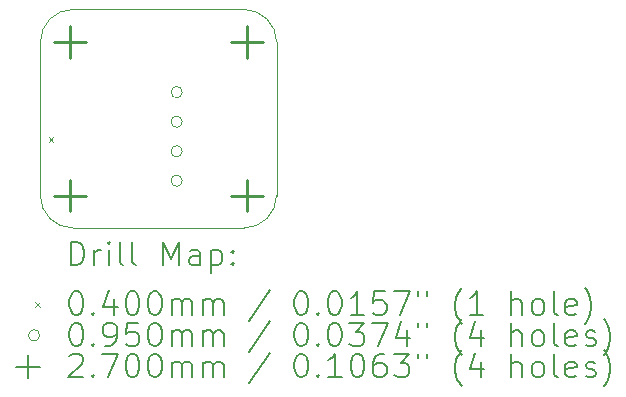
<source format=gbr>
%TF.GenerationSoftware,KiCad,Pcbnew,7.0.8*%
%TF.CreationDate,2023-12-02T16:20:52-07:00*%
%TF.ProjectId,wheelspeed,77686565-6c73-4706-9565-642e6b696361,v1*%
%TF.SameCoordinates,Original*%
%TF.FileFunction,Drillmap*%
%TF.FilePolarity,Positive*%
%FSLAX45Y45*%
G04 Gerber Fmt 4.5, Leading zero omitted, Abs format (unit mm)*
G04 Created by KiCad (PCBNEW 7.0.8) date 2023-12-02 16:20:52*
%MOMM*%
%LPD*%
G01*
G04 APERTURE LIST*
%ADD10C,0.100000*%
%ADD11C,0.200000*%
%ADD12C,0.040000*%
%ADD13C,0.095000*%
%ADD14C,0.270000*%
G04 APERTURE END LIST*
D10*
X14725000Y-8766250D02*
X13275000Y-8766250D01*
X14725000Y-10616250D02*
G75*
G03*
X15000000Y-10341250I0J275000D01*
G01*
X13000000Y-9041250D02*
X13000000Y-10341250D01*
X15000000Y-9041250D02*
G75*
G03*
X14725000Y-8766250I-274990J10D01*
G01*
X13275000Y-8766250D02*
G75*
G03*
X13000000Y-9041250I0J-275000D01*
G01*
X13000000Y-10341250D02*
G75*
G03*
X13275000Y-10616250I274990J-10D01*
G01*
X15000000Y-10341250D02*
X15000000Y-9041250D01*
X13275000Y-10616250D02*
X14725000Y-10616250D01*
D11*
D12*
X13070000Y-9850000D02*
X13110000Y-9890000D01*
X13110000Y-9850000D02*
X13070000Y-9890000D01*
D13*
X14201875Y-9466250D02*
G75*
G03*
X14201875Y-9466250I-47500J0D01*
G01*
X14201875Y-9716250D02*
G75*
G03*
X14201875Y-9716250I-47500J0D01*
G01*
X14201875Y-9966250D02*
G75*
G03*
X14201875Y-9966250I-47500J0D01*
G01*
X14201875Y-10216250D02*
G75*
G03*
X14201875Y-10216250I-47500J0D01*
G01*
D14*
X13250000Y-8906250D02*
X13250000Y-9176250D01*
X13115000Y-9041250D02*
X13385000Y-9041250D01*
X13250000Y-10206250D02*
X13250000Y-10476250D01*
X13115000Y-10341250D02*
X13385000Y-10341250D01*
X14750000Y-8906250D02*
X14750000Y-9176250D01*
X14615000Y-9041250D02*
X14885000Y-9041250D01*
X14750000Y-10206250D02*
X14750000Y-10476250D01*
X14615000Y-10341250D02*
X14885000Y-10341250D01*
D11*
X13255777Y-10932734D02*
X13255777Y-10732734D01*
X13255777Y-10732734D02*
X13303396Y-10732734D01*
X13303396Y-10732734D02*
X13331967Y-10742258D01*
X13331967Y-10742258D02*
X13351015Y-10761305D01*
X13351015Y-10761305D02*
X13360539Y-10780353D01*
X13360539Y-10780353D02*
X13370062Y-10818448D01*
X13370062Y-10818448D02*
X13370062Y-10847020D01*
X13370062Y-10847020D02*
X13360539Y-10885115D01*
X13360539Y-10885115D02*
X13351015Y-10904162D01*
X13351015Y-10904162D02*
X13331967Y-10923210D01*
X13331967Y-10923210D02*
X13303396Y-10932734D01*
X13303396Y-10932734D02*
X13255777Y-10932734D01*
X13455777Y-10932734D02*
X13455777Y-10799400D01*
X13455777Y-10837496D02*
X13465301Y-10818448D01*
X13465301Y-10818448D02*
X13474824Y-10808924D01*
X13474824Y-10808924D02*
X13493872Y-10799400D01*
X13493872Y-10799400D02*
X13512920Y-10799400D01*
X13579586Y-10932734D02*
X13579586Y-10799400D01*
X13579586Y-10732734D02*
X13570062Y-10742258D01*
X13570062Y-10742258D02*
X13579586Y-10751781D01*
X13579586Y-10751781D02*
X13589110Y-10742258D01*
X13589110Y-10742258D02*
X13579586Y-10732734D01*
X13579586Y-10732734D02*
X13579586Y-10751781D01*
X13703396Y-10932734D02*
X13684348Y-10923210D01*
X13684348Y-10923210D02*
X13674824Y-10904162D01*
X13674824Y-10904162D02*
X13674824Y-10732734D01*
X13808158Y-10932734D02*
X13789110Y-10923210D01*
X13789110Y-10923210D02*
X13779586Y-10904162D01*
X13779586Y-10904162D02*
X13779586Y-10732734D01*
X14036729Y-10932734D02*
X14036729Y-10732734D01*
X14036729Y-10732734D02*
X14103396Y-10875591D01*
X14103396Y-10875591D02*
X14170062Y-10732734D01*
X14170062Y-10732734D02*
X14170062Y-10932734D01*
X14351015Y-10932734D02*
X14351015Y-10827972D01*
X14351015Y-10827972D02*
X14341491Y-10808924D01*
X14341491Y-10808924D02*
X14322443Y-10799400D01*
X14322443Y-10799400D02*
X14284348Y-10799400D01*
X14284348Y-10799400D02*
X14265301Y-10808924D01*
X14351015Y-10923210D02*
X14331967Y-10932734D01*
X14331967Y-10932734D02*
X14284348Y-10932734D01*
X14284348Y-10932734D02*
X14265301Y-10923210D01*
X14265301Y-10923210D02*
X14255777Y-10904162D01*
X14255777Y-10904162D02*
X14255777Y-10885115D01*
X14255777Y-10885115D02*
X14265301Y-10866067D01*
X14265301Y-10866067D02*
X14284348Y-10856543D01*
X14284348Y-10856543D02*
X14331967Y-10856543D01*
X14331967Y-10856543D02*
X14351015Y-10847020D01*
X14446253Y-10799400D02*
X14446253Y-10999400D01*
X14446253Y-10808924D02*
X14465301Y-10799400D01*
X14465301Y-10799400D02*
X14503396Y-10799400D01*
X14503396Y-10799400D02*
X14522443Y-10808924D01*
X14522443Y-10808924D02*
X14531967Y-10818448D01*
X14531967Y-10818448D02*
X14541491Y-10837496D01*
X14541491Y-10837496D02*
X14541491Y-10894639D01*
X14541491Y-10894639D02*
X14531967Y-10913686D01*
X14531967Y-10913686D02*
X14522443Y-10923210D01*
X14522443Y-10923210D02*
X14503396Y-10932734D01*
X14503396Y-10932734D02*
X14465301Y-10932734D01*
X14465301Y-10932734D02*
X14446253Y-10923210D01*
X14627205Y-10913686D02*
X14636729Y-10923210D01*
X14636729Y-10923210D02*
X14627205Y-10932734D01*
X14627205Y-10932734D02*
X14617682Y-10923210D01*
X14617682Y-10923210D02*
X14627205Y-10913686D01*
X14627205Y-10913686D02*
X14627205Y-10932734D01*
X14627205Y-10808924D02*
X14636729Y-10818448D01*
X14636729Y-10818448D02*
X14627205Y-10827972D01*
X14627205Y-10827972D02*
X14617682Y-10818448D01*
X14617682Y-10818448D02*
X14627205Y-10808924D01*
X14627205Y-10808924D02*
X14627205Y-10827972D01*
D12*
X12955000Y-11241250D02*
X12995000Y-11281250D01*
X12995000Y-11241250D02*
X12955000Y-11281250D01*
D11*
X13293872Y-11152734D02*
X13312920Y-11152734D01*
X13312920Y-11152734D02*
X13331967Y-11162258D01*
X13331967Y-11162258D02*
X13341491Y-11171781D01*
X13341491Y-11171781D02*
X13351015Y-11190829D01*
X13351015Y-11190829D02*
X13360539Y-11228924D01*
X13360539Y-11228924D02*
X13360539Y-11276543D01*
X13360539Y-11276543D02*
X13351015Y-11314638D01*
X13351015Y-11314638D02*
X13341491Y-11333686D01*
X13341491Y-11333686D02*
X13331967Y-11343210D01*
X13331967Y-11343210D02*
X13312920Y-11352734D01*
X13312920Y-11352734D02*
X13293872Y-11352734D01*
X13293872Y-11352734D02*
X13274824Y-11343210D01*
X13274824Y-11343210D02*
X13265301Y-11333686D01*
X13265301Y-11333686D02*
X13255777Y-11314638D01*
X13255777Y-11314638D02*
X13246253Y-11276543D01*
X13246253Y-11276543D02*
X13246253Y-11228924D01*
X13246253Y-11228924D02*
X13255777Y-11190829D01*
X13255777Y-11190829D02*
X13265301Y-11171781D01*
X13265301Y-11171781D02*
X13274824Y-11162258D01*
X13274824Y-11162258D02*
X13293872Y-11152734D01*
X13446253Y-11333686D02*
X13455777Y-11343210D01*
X13455777Y-11343210D02*
X13446253Y-11352734D01*
X13446253Y-11352734D02*
X13436729Y-11343210D01*
X13436729Y-11343210D02*
X13446253Y-11333686D01*
X13446253Y-11333686D02*
X13446253Y-11352734D01*
X13627205Y-11219400D02*
X13627205Y-11352734D01*
X13579586Y-11143210D02*
X13531967Y-11286067D01*
X13531967Y-11286067D02*
X13655777Y-11286067D01*
X13770062Y-11152734D02*
X13789110Y-11152734D01*
X13789110Y-11152734D02*
X13808158Y-11162258D01*
X13808158Y-11162258D02*
X13817682Y-11171781D01*
X13817682Y-11171781D02*
X13827205Y-11190829D01*
X13827205Y-11190829D02*
X13836729Y-11228924D01*
X13836729Y-11228924D02*
X13836729Y-11276543D01*
X13836729Y-11276543D02*
X13827205Y-11314638D01*
X13827205Y-11314638D02*
X13817682Y-11333686D01*
X13817682Y-11333686D02*
X13808158Y-11343210D01*
X13808158Y-11343210D02*
X13789110Y-11352734D01*
X13789110Y-11352734D02*
X13770062Y-11352734D01*
X13770062Y-11352734D02*
X13751015Y-11343210D01*
X13751015Y-11343210D02*
X13741491Y-11333686D01*
X13741491Y-11333686D02*
X13731967Y-11314638D01*
X13731967Y-11314638D02*
X13722443Y-11276543D01*
X13722443Y-11276543D02*
X13722443Y-11228924D01*
X13722443Y-11228924D02*
X13731967Y-11190829D01*
X13731967Y-11190829D02*
X13741491Y-11171781D01*
X13741491Y-11171781D02*
X13751015Y-11162258D01*
X13751015Y-11162258D02*
X13770062Y-11152734D01*
X13960539Y-11152734D02*
X13979586Y-11152734D01*
X13979586Y-11152734D02*
X13998634Y-11162258D01*
X13998634Y-11162258D02*
X14008158Y-11171781D01*
X14008158Y-11171781D02*
X14017682Y-11190829D01*
X14017682Y-11190829D02*
X14027205Y-11228924D01*
X14027205Y-11228924D02*
X14027205Y-11276543D01*
X14027205Y-11276543D02*
X14017682Y-11314638D01*
X14017682Y-11314638D02*
X14008158Y-11333686D01*
X14008158Y-11333686D02*
X13998634Y-11343210D01*
X13998634Y-11343210D02*
X13979586Y-11352734D01*
X13979586Y-11352734D02*
X13960539Y-11352734D01*
X13960539Y-11352734D02*
X13941491Y-11343210D01*
X13941491Y-11343210D02*
X13931967Y-11333686D01*
X13931967Y-11333686D02*
X13922443Y-11314638D01*
X13922443Y-11314638D02*
X13912920Y-11276543D01*
X13912920Y-11276543D02*
X13912920Y-11228924D01*
X13912920Y-11228924D02*
X13922443Y-11190829D01*
X13922443Y-11190829D02*
X13931967Y-11171781D01*
X13931967Y-11171781D02*
X13941491Y-11162258D01*
X13941491Y-11162258D02*
X13960539Y-11152734D01*
X14112920Y-11352734D02*
X14112920Y-11219400D01*
X14112920Y-11238448D02*
X14122443Y-11228924D01*
X14122443Y-11228924D02*
X14141491Y-11219400D01*
X14141491Y-11219400D02*
X14170063Y-11219400D01*
X14170063Y-11219400D02*
X14189110Y-11228924D01*
X14189110Y-11228924D02*
X14198634Y-11247972D01*
X14198634Y-11247972D02*
X14198634Y-11352734D01*
X14198634Y-11247972D02*
X14208158Y-11228924D01*
X14208158Y-11228924D02*
X14227205Y-11219400D01*
X14227205Y-11219400D02*
X14255777Y-11219400D01*
X14255777Y-11219400D02*
X14274824Y-11228924D01*
X14274824Y-11228924D02*
X14284348Y-11247972D01*
X14284348Y-11247972D02*
X14284348Y-11352734D01*
X14379586Y-11352734D02*
X14379586Y-11219400D01*
X14379586Y-11238448D02*
X14389110Y-11228924D01*
X14389110Y-11228924D02*
X14408158Y-11219400D01*
X14408158Y-11219400D02*
X14436729Y-11219400D01*
X14436729Y-11219400D02*
X14455777Y-11228924D01*
X14455777Y-11228924D02*
X14465301Y-11247972D01*
X14465301Y-11247972D02*
X14465301Y-11352734D01*
X14465301Y-11247972D02*
X14474824Y-11228924D01*
X14474824Y-11228924D02*
X14493872Y-11219400D01*
X14493872Y-11219400D02*
X14522443Y-11219400D01*
X14522443Y-11219400D02*
X14541491Y-11228924D01*
X14541491Y-11228924D02*
X14551015Y-11247972D01*
X14551015Y-11247972D02*
X14551015Y-11352734D01*
X14941491Y-11143210D02*
X14770063Y-11400353D01*
X15198634Y-11152734D02*
X15217682Y-11152734D01*
X15217682Y-11152734D02*
X15236729Y-11162258D01*
X15236729Y-11162258D02*
X15246253Y-11171781D01*
X15246253Y-11171781D02*
X15255777Y-11190829D01*
X15255777Y-11190829D02*
X15265301Y-11228924D01*
X15265301Y-11228924D02*
X15265301Y-11276543D01*
X15265301Y-11276543D02*
X15255777Y-11314638D01*
X15255777Y-11314638D02*
X15246253Y-11333686D01*
X15246253Y-11333686D02*
X15236729Y-11343210D01*
X15236729Y-11343210D02*
X15217682Y-11352734D01*
X15217682Y-11352734D02*
X15198634Y-11352734D01*
X15198634Y-11352734D02*
X15179586Y-11343210D01*
X15179586Y-11343210D02*
X15170063Y-11333686D01*
X15170063Y-11333686D02*
X15160539Y-11314638D01*
X15160539Y-11314638D02*
X15151015Y-11276543D01*
X15151015Y-11276543D02*
X15151015Y-11228924D01*
X15151015Y-11228924D02*
X15160539Y-11190829D01*
X15160539Y-11190829D02*
X15170063Y-11171781D01*
X15170063Y-11171781D02*
X15179586Y-11162258D01*
X15179586Y-11162258D02*
X15198634Y-11152734D01*
X15351015Y-11333686D02*
X15360539Y-11343210D01*
X15360539Y-11343210D02*
X15351015Y-11352734D01*
X15351015Y-11352734D02*
X15341491Y-11343210D01*
X15341491Y-11343210D02*
X15351015Y-11333686D01*
X15351015Y-11333686D02*
X15351015Y-11352734D01*
X15484348Y-11152734D02*
X15503396Y-11152734D01*
X15503396Y-11152734D02*
X15522444Y-11162258D01*
X15522444Y-11162258D02*
X15531967Y-11171781D01*
X15531967Y-11171781D02*
X15541491Y-11190829D01*
X15541491Y-11190829D02*
X15551015Y-11228924D01*
X15551015Y-11228924D02*
X15551015Y-11276543D01*
X15551015Y-11276543D02*
X15541491Y-11314638D01*
X15541491Y-11314638D02*
X15531967Y-11333686D01*
X15531967Y-11333686D02*
X15522444Y-11343210D01*
X15522444Y-11343210D02*
X15503396Y-11352734D01*
X15503396Y-11352734D02*
X15484348Y-11352734D01*
X15484348Y-11352734D02*
X15465301Y-11343210D01*
X15465301Y-11343210D02*
X15455777Y-11333686D01*
X15455777Y-11333686D02*
X15446253Y-11314638D01*
X15446253Y-11314638D02*
X15436729Y-11276543D01*
X15436729Y-11276543D02*
X15436729Y-11228924D01*
X15436729Y-11228924D02*
X15446253Y-11190829D01*
X15446253Y-11190829D02*
X15455777Y-11171781D01*
X15455777Y-11171781D02*
X15465301Y-11162258D01*
X15465301Y-11162258D02*
X15484348Y-11152734D01*
X15741491Y-11352734D02*
X15627206Y-11352734D01*
X15684348Y-11352734D02*
X15684348Y-11152734D01*
X15684348Y-11152734D02*
X15665301Y-11181305D01*
X15665301Y-11181305D02*
X15646253Y-11200353D01*
X15646253Y-11200353D02*
X15627206Y-11209877D01*
X15922444Y-11152734D02*
X15827206Y-11152734D01*
X15827206Y-11152734D02*
X15817682Y-11247972D01*
X15817682Y-11247972D02*
X15827206Y-11238448D01*
X15827206Y-11238448D02*
X15846253Y-11228924D01*
X15846253Y-11228924D02*
X15893872Y-11228924D01*
X15893872Y-11228924D02*
X15912920Y-11238448D01*
X15912920Y-11238448D02*
X15922444Y-11247972D01*
X15922444Y-11247972D02*
X15931967Y-11267019D01*
X15931967Y-11267019D02*
X15931967Y-11314638D01*
X15931967Y-11314638D02*
X15922444Y-11333686D01*
X15922444Y-11333686D02*
X15912920Y-11343210D01*
X15912920Y-11343210D02*
X15893872Y-11352734D01*
X15893872Y-11352734D02*
X15846253Y-11352734D01*
X15846253Y-11352734D02*
X15827206Y-11343210D01*
X15827206Y-11343210D02*
X15817682Y-11333686D01*
X15998634Y-11152734D02*
X16131967Y-11152734D01*
X16131967Y-11152734D02*
X16046253Y-11352734D01*
X16198634Y-11152734D02*
X16198634Y-11190829D01*
X16274825Y-11152734D02*
X16274825Y-11190829D01*
X16570063Y-11428924D02*
X16560539Y-11419400D01*
X16560539Y-11419400D02*
X16541491Y-11390829D01*
X16541491Y-11390829D02*
X16531968Y-11371781D01*
X16531968Y-11371781D02*
X16522444Y-11343210D01*
X16522444Y-11343210D02*
X16512920Y-11295591D01*
X16512920Y-11295591D02*
X16512920Y-11257496D01*
X16512920Y-11257496D02*
X16522444Y-11209877D01*
X16522444Y-11209877D02*
X16531968Y-11181305D01*
X16531968Y-11181305D02*
X16541491Y-11162258D01*
X16541491Y-11162258D02*
X16560539Y-11133686D01*
X16560539Y-11133686D02*
X16570063Y-11124162D01*
X16751015Y-11352734D02*
X16636729Y-11352734D01*
X16693872Y-11352734D02*
X16693872Y-11152734D01*
X16693872Y-11152734D02*
X16674825Y-11181305D01*
X16674825Y-11181305D02*
X16655777Y-11200353D01*
X16655777Y-11200353D02*
X16636729Y-11209877D01*
X16989111Y-11352734D02*
X16989111Y-11152734D01*
X17074825Y-11352734D02*
X17074825Y-11247972D01*
X17074825Y-11247972D02*
X17065301Y-11228924D01*
X17065301Y-11228924D02*
X17046253Y-11219400D01*
X17046253Y-11219400D02*
X17017682Y-11219400D01*
X17017682Y-11219400D02*
X16998634Y-11228924D01*
X16998634Y-11228924D02*
X16989111Y-11238448D01*
X17198634Y-11352734D02*
X17179587Y-11343210D01*
X17179587Y-11343210D02*
X17170063Y-11333686D01*
X17170063Y-11333686D02*
X17160539Y-11314638D01*
X17160539Y-11314638D02*
X17160539Y-11257496D01*
X17160539Y-11257496D02*
X17170063Y-11238448D01*
X17170063Y-11238448D02*
X17179587Y-11228924D01*
X17179587Y-11228924D02*
X17198634Y-11219400D01*
X17198634Y-11219400D02*
X17227206Y-11219400D01*
X17227206Y-11219400D02*
X17246253Y-11228924D01*
X17246253Y-11228924D02*
X17255777Y-11238448D01*
X17255777Y-11238448D02*
X17265301Y-11257496D01*
X17265301Y-11257496D02*
X17265301Y-11314638D01*
X17265301Y-11314638D02*
X17255777Y-11333686D01*
X17255777Y-11333686D02*
X17246253Y-11343210D01*
X17246253Y-11343210D02*
X17227206Y-11352734D01*
X17227206Y-11352734D02*
X17198634Y-11352734D01*
X17379587Y-11352734D02*
X17360539Y-11343210D01*
X17360539Y-11343210D02*
X17351015Y-11324162D01*
X17351015Y-11324162D02*
X17351015Y-11152734D01*
X17531968Y-11343210D02*
X17512920Y-11352734D01*
X17512920Y-11352734D02*
X17474825Y-11352734D01*
X17474825Y-11352734D02*
X17455777Y-11343210D01*
X17455777Y-11343210D02*
X17446253Y-11324162D01*
X17446253Y-11324162D02*
X17446253Y-11247972D01*
X17446253Y-11247972D02*
X17455777Y-11228924D01*
X17455777Y-11228924D02*
X17474825Y-11219400D01*
X17474825Y-11219400D02*
X17512920Y-11219400D01*
X17512920Y-11219400D02*
X17531968Y-11228924D01*
X17531968Y-11228924D02*
X17541492Y-11247972D01*
X17541492Y-11247972D02*
X17541492Y-11267019D01*
X17541492Y-11267019D02*
X17446253Y-11286067D01*
X17608158Y-11428924D02*
X17617682Y-11419400D01*
X17617682Y-11419400D02*
X17636730Y-11390829D01*
X17636730Y-11390829D02*
X17646253Y-11371781D01*
X17646253Y-11371781D02*
X17655777Y-11343210D01*
X17655777Y-11343210D02*
X17665301Y-11295591D01*
X17665301Y-11295591D02*
X17665301Y-11257496D01*
X17665301Y-11257496D02*
X17655777Y-11209877D01*
X17655777Y-11209877D02*
X17646253Y-11181305D01*
X17646253Y-11181305D02*
X17636730Y-11162258D01*
X17636730Y-11162258D02*
X17617682Y-11133686D01*
X17617682Y-11133686D02*
X17608158Y-11124162D01*
D13*
X12995000Y-11525250D02*
G75*
G03*
X12995000Y-11525250I-47500J0D01*
G01*
D11*
X13293872Y-11416734D02*
X13312920Y-11416734D01*
X13312920Y-11416734D02*
X13331967Y-11426258D01*
X13331967Y-11426258D02*
X13341491Y-11435781D01*
X13341491Y-11435781D02*
X13351015Y-11454829D01*
X13351015Y-11454829D02*
X13360539Y-11492924D01*
X13360539Y-11492924D02*
X13360539Y-11540543D01*
X13360539Y-11540543D02*
X13351015Y-11578638D01*
X13351015Y-11578638D02*
X13341491Y-11597686D01*
X13341491Y-11597686D02*
X13331967Y-11607210D01*
X13331967Y-11607210D02*
X13312920Y-11616734D01*
X13312920Y-11616734D02*
X13293872Y-11616734D01*
X13293872Y-11616734D02*
X13274824Y-11607210D01*
X13274824Y-11607210D02*
X13265301Y-11597686D01*
X13265301Y-11597686D02*
X13255777Y-11578638D01*
X13255777Y-11578638D02*
X13246253Y-11540543D01*
X13246253Y-11540543D02*
X13246253Y-11492924D01*
X13246253Y-11492924D02*
X13255777Y-11454829D01*
X13255777Y-11454829D02*
X13265301Y-11435781D01*
X13265301Y-11435781D02*
X13274824Y-11426258D01*
X13274824Y-11426258D02*
X13293872Y-11416734D01*
X13446253Y-11597686D02*
X13455777Y-11607210D01*
X13455777Y-11607210D02*
X13446253Y-11616734D01*
X13446253Y-11616734D02*
X13436729Y-11607210D01*
X13436729Y-11607210D02*
X13446253Y-11597686D01*
X13446253Y-11597686D02*
X13446253Y-11616734D01*
X13551015Y-11616734D02*
X13589110Y-11616734D01*
X13589110Y-11616734D02*
X13608158Y-11607210D01*
X13608158Y-11607210D02*
X13617682Y-11597686D01*
X13617682Y-11597686D02*
X13636729Y-11569115D01*
X13636729Y-11569115D02*
X13646253Y-11531019D01*
X13646253Y-11531019D02*
X13646253Y-11454829D01*
X13646253Y-11454829D02*
X13636729Y-11435781D01*
X13636729Y-11435781D02*
X13627205Y-11426258D01*
X13627205Y-11426258D02*
X13608158Y-11416734D01*
X13608158Y-11416734D02*
X13570062Y-11416734D01*
X13570062Y-11416734D02*
X13551015Y-11426258D01*
X13551015Y-11426258D02*
X13541491Y-11435781D01*
X13541491Y-11435781D02*
X13531967Y-11454829D01*
X13531967Y-11454829D02*
X13531967Y-11502448D01*
X13531967Y-11502448D02*
X13541491Y-11521496D01*
X13541491Y-11521496D02*
X13551015Y-11531019D01*
X13551015Y-11531019D02*
X13570062Y-11540543D01*
X13570062Y-11540543D02*
X13608158Y-11540543D01*
X13608158Y-11540543D02*
X13627205Y-11531019D01*
X13627205Y-11531019D02*
X13636729Y-11521496D01*
X13636729Y-11521496D02*
X13646253Y-11502448D01*
X13827205Y-11416734D02*
X13731967Y-11416734D01*
X13731967Y-11416734D02*
X13722443Y-11511972D01*
X13722443Y-11511972D02*
X13731967Y-11502448D01*
X13731967Y-11502448D02*
X13751015Y-11492924D01*
X13751015Y-11492924D02*
X13798634Y-11492924D01*
X13798634Y-11492924D02*
X13817682Y-11502448D01*
X13817682Y-11502448D02*
X13827205Y-11511972D01*
X13827205Y-11511972D02*
X13836729Y-11531019D01*
X13836729Y-11531019D02*
X13836729Y-11578638D01*
X13836729Y-11578638D02*
X13827205Y-11597686D01*
X13827205Y-11597686D02*
X13817682Y-11607210D01*
X13817682Y-11607210D02*
X13798634Y-11616734D01*
X13798634Y-11616734D02*
X13751015Y-11616734D01*
X13751015Y-11616734D02*
X13731967Y-11607210D01*
X13731967Y-11607210D02*
X13722443Y-11597686D01*
X13960539Y-11416734D02*
X13979586Y-11416734D01*
X13979586Y-11416734D02*
X13998634Y-11426258D01*
X13998634Y-11426258D02*
X14008158Y-11435781D01*
X14008158Y-11435781D02*
X14017682Y-11454829D01*
X14017682Y-11454829D02*
X14027205Y-11492924D01*
X14027205Y-11492924D02*
X14027205Y-11540543D01*
X14027205Y-11540543D02*
X14017682Y-11578638D01*
X14017682Y-11578638D02*
X14008158Y-11597686D01*
X14008158Y-11597686D02*
X13998634Y-11607210D01*
X13998634Y-11607210D02*
X13979586Y-11616734D01*
X13979586Y-11616734D02*
X13960539Y-11616734D01*
X13960539Y-11616734D02*
X13941491Y-11607210D01*
X13941491Y-11607210D02*
X13931967Y-11597686D01*
X13931967Y-11597686D02*
X13922443Y-11578638D01*
X13922443Y-11578638D02*
X13912920Y-11540543D01*
X13912920Y-11540543D02*
X13912920Y-11492924D01*
X13912920Y-11492924D02*
X13922443Y-11454829D01*
X13922443Y-11454829D02*
X13931967Y-11435781D01*
X13931967Y-11435781D02*
X13941491Y-11426258D01*
X13941491Y-11426258D02*
X13960539Y-11416734D01*
X14112920Y-11616734D02*
X14112920Y-11483400D01*
X14112920Y-11502448D02*
X14122443Y-11492924D01*
X14122443Y-11492924D02*
X14141491Y-11483400D01*
X14141491Y-11483400D02*
X14170063Y-11483400D01*
X14170063Y-11483400D02*
X14189110Y-11492924D01*
X14189110Y-11492924D02*
X14198634Y-11511972D01*
X14198634Y-11511972D02*
X14198634Y-11616734D01*
X14198634Y-11511972D02*
X14208158Y-11492924D01*
X14208158Y-11492924D02*
X14227205Y-11483400D01*
X14227205Y-11483400D02*
X14255777Y-11483400D01*
X14255777Y-11483400D02*
X14274824Y-11492924D01*
X14274824Y-11492924D02*
X14284348Y-11511972D01*
X14284348Y-11511972D02*
X14284348Y-11616734D01*
X14379586Y-11616734D02*
X14379586Y-11483400D01*
X14379586Y-11502448D02*
X14389110Y-11492924D01*
X14389110Y-11492924D02*
X14408158Y-11483400D01*
X14408158Y-11483400D02*
X14436729Y-11483400D01*
X14436729Y-11483400D02*
X14455777Y-11492924D01*
X14455777Y-11492924D02*
X14465301Y-11511972D01*
X14465301Y-11511972D02*
X14465301Y-11616734D01*
X14465301Y-11511972D02*
X14474824Y-11492924D01*
X14474824Y-11492924D02*
X14493872Y-11483400D01*
X14493872Y-11483400D02*
X14522443Y-11483400D01*
X14522443Y-11483400D02*
X14541491Y-11492924D01*
X14541491Y-11492924D02*
X14551015Y-11511972D01*
X14551015Y-11511972D02*
X14551015Y-11616734D01*
X14941491Y-11407210D02*
X14770063Y-11664353D01*
X15198634Y-11416734D02*
X15217682Y-11416734D01*
X15217682Y-11416734D02*
X15236729Y-11426258D01*
X15236729Y-11426258D02*
X15246253Y-11435781D01*
X15246253Y-11435781D02*
X15255777Y-11454829D01*
X15255777Y-11454829D02*
X15265301Y-11492924D01*
X15265301Y-11492924D02*
X15265301Y-11540543D01*
X15265301Y-11540543D02*
X15255777Y-11578638D01*
X15255777Y-11578638D02*
X15246253Y-11597686D01*
X15246253Y-11597686D02*
X15236729Y-11607210D01*
X15236729Y-11607210D02*
X15217682Y-11616734D01*
X15217682Y-11616734D02*
X15198634Y-11616734D01*
X15198634Y-11616734D02*
X15179586Y-11607210D01*
X15179586Y-11607210D02*
X15170063Y-11597686D01*
X15170063Y-11597686D02*
X15160539Y-11578638D01*
X15160539Y-11578638D02*
X15151015Y-11540543D01*
X15151015Y-11540543D02*
X15151015Y-11492924D01*
X15151015Y-11492924D02*
X15160539Y-11454829D01*
X15160539Y-11454829D02*
X15170063Y-11435781D01*
X15170063Y-11435781D02*
X15179586Y-11426258D01*
X15179586Y-11426258D02*
X15198634Y-11416734D01*
X15351015Y-11597686D02*
X15360539Y-11607210D01*
X15360539Y-11607210D02*
X15351015Y-11616734D01*
X15351015Y-11616734D02*
X15341491Y-11607210D01*
X15341491Y-11607210D02*
X15351015Y-11597686D01*
X15351015Y-11597686D02*
X15351015Y-11616734D01*
X15484348Y-11416734D02*
X15503396Y-11416734D01*
X15503396Y-11416734D02*
X15522444Y-11426258D01*
X15522444Y-11426258D02*
X15531967Y-11435781D01*
X15531967Y-11435781D02*
X15541491Y-11454829D01*
X15541491Y-11454829D02*
X15551015Y-11492924D01*
X15551015Y-11492924D02*
X15551015Y-11540543D01*
X15551015Y-11540543D02*
X15541491Y-11578638D01*
X15541491Y-11578638D02*
X15531967Y-11597686D01*
X15531967Y-11597686D02*
X15522444Y-11607210D01*
X15522444Y-11607210D02*
X15503396Y-11616734D01*
X15503396Y-11616734D02*
X15484348Y-11616734D01*
X15484348Y-11616734D02*
X15465301Y-11607210D01*
X15465301Y-11607210D02*
X15455777Y-11597686D01*
X15455777Y-11597686D02*
X15446253Y-11578638D01*
X15446253Y-11578638D02*
X15436729Y-11540543D01*
X15436729Y-11540543D02*
X15436729Y-11492924D01*
X15436729Y-11492924D02*
X15446253Y-11454829D01*
X15446253Y-11454829D02*
X15455777Y-11435781D01*
X15455777Y-11435781D02*
X15465301Y-11426258D01*
X15465301Y-11426258D02*
X15484348Y-11416734D01*
X15617682Y-11416734D02*
X15741491Y-11416734D01*
X15741491Y-11416734D02*
X15674825Y-11492924D01*
X15674825Y-11492924D02*
X15703396Y-11492924D01*
X15703396Y-11492924D02*
X15722444Y-11502448D01*
X15722444Y-11502448D02*
X15731967Y-11511972D01*
X15731967Y-11511972D02*
X15741491Y-11531019D01*
X15741491Y-11531019D02*
X15741491Y-11578638D01*
X15741491Y-11578638D02*
X15731967Y-11597686D01*
X15731967Y-11597686D02*
X15722444Y-11607210D01*
X15722444Y-11607210D02*
X15703396Y-11616734D01*
X15703396Y-11616734D02*
X15646253Y-11616734D01*
X15646253Y-11616734D02*
X15627206Y-11607210D01*
X15627206Y-11607210D02*
X15617682Y-11597686D01*
X15808158Y-11416734D02*
X15941491Y-11416734D01*
X15941491Y-11416734D02*
X15855777Y-11616734D01*
X16103396Y-11483400D02*
X16103396Y-11616734D01*
X16055777Y-11407210D02*
X16008158Y-11550067D01*
X16008158Y-11550067D02*
X16131967Y-11550067D01*
X16198634Y-11416734D02*
X16198634Y-11454829D01*
X16274825Y-11416734D02*
X16274825Y-11454829D01*
X16570063Y-11692924D02*
X16560539Y-11683400D01*
X16560539Y-11683400D02*
X16541491Y-11654829D01*
X16541491Y-11654829D02*
X16531968Y-11635781D01*
X16531968Y-11635781D02*
X16522444Y-11607210D01*
X16522444Y-11607210D02*
X16512920Y-11559591D01*
X16512920Y-11559591D02*
X16512920Y-11521496D01*
X16512920Y-11521496D02*
X16522444Y-11473877D01*
X16522444Y-11473877D02*
X16531968Y-11445305D01*
X16531968Y-11445305D02*
X16541491Y-11426258D01*
X16541491Y-11426258D02*
X16560539Y-11397686D01*
X16560539Y-11397686D02*
X16570063Y-11388162D01*
X16731968Y-11483400D02*
X16731968Y-11616734D01*
X16684348Y-11407210D02*
X16636729Y-11550067D01*
X16636729Y-11550067D02*
X16760539Y-11550067D01*
X16989111Y-11616734D02*
X16989111Y-11416734D01*
X17074825Y-11616734D02*
X17074825Y-11511972D01*
X17074825Y-11511972D02*
X17065301Y-11492924D01*
X17065301Y-11492924D02*
X17046253Y-11483400D01*
X17046253Y-11483400D02*
X17017682Y-11483400D01*
X17017682Y-11483400D02*
X16998634Y-11492924D01*
X16998634Y-11492924D02*
X16989111Y-11502448D01*
X17198634Y-11616734D02*
X17179587Y-11607210D01*
X17179587Y-11607210D02*
X17170063Y-11597686D01*
X17170063Y-11597686D02*
X17160539Y-11578638D01*
X17160539Y-11578638D02*
X17160539Y-11521496D01*
X17160539Y-11521496D02*
X17170063Y-11502448D01*
X17170063Y-11502448D02*
X17179587Y-11492924D01*
X17179587Y-11492924D02*
X17198634Y-11483400D01*
X17198634Y-11483400D02*
X17227206Y-11483400D01*
X17227206Y-11483400D02*
X17246253Y-11492924D01*
X17246253Y-11492924D02*
X17255777Y-11502448D01*
X17255777Y-11502448D02*
X17265301Y-11521496D01*
X17265301Y-11521496D02*
X17265301Y-11578638D01*
X17265301Y-11578638D02*
X17255777Y-11597686D01*
X17255777Y-11597686D02*
X17246253Y-11607210D01*
X17246253Y-11607210D02*
X17227206Y-11616734D01*
X17227206Y-11616734D02*
X17198634Y-11616734D01*
X17379587Y-11616734D02*
X17360539Y-11607210D01*
X17360539Y-11607210D02*
X17351015Y-11588162D01*
X17351015Y-11588162D02*
X17351015Y-11416734D01*
X17531968Y-11607210D02*
X17512920Y-11616734D01*
X17512920Y-11616734D02*
X17474825Y-11616734D01*
X17474825Y-11616734D02*
X17455777Y-11607210D01*
X17455777Y-11607210D02*
X17446253Y-11588162D01*
X17446253Y-11588162D02*
X17446253Y-11511972D01*
X17446253Y-11511972D02*
X17455777Y-11492924D01*
X17455777Y-11492924D02*
X17474825Y-11483400D01*
X17474825Y-11483400D02*
X17512920Y-11483400D01*
X17512920Y-11483400D02*
X17531968Y-11492924D01*
X17531968Y-11492924D02*
X17541492Y-11511972D01*
X17541492Y-11511972D02*
X17541492Y-11531019D01*
X17541492Y-11531019D02*
X17446253Y-11550067D01*
X17617682Y-11607210D02*
X17636730Y-11616734D01*
X17636730Y-11616734D02*
X17674825Y-11616734D01*
X17674825Y-11616734D02*
X17693873Y-11607210D01*
X17693873Y-11607210D02*
X17703396Y-11588162D01*
X17703396Y-11588162D02*
X17703396Y-11578638D01*
X17703396Y-11578638D02*
X17693873Y-11559591D01*
X17693873Y-11559591D02*
X17674825Y-11550067D01*
X17674825Y-11550067D02*
X17646253Y-11550067D01*
X17646253Y-11550067D02*
X17627206Y-11540543D01*
X17627206Y-11540543D02*
X17617682Y-11521496D01*
X17617682Y-11521496D02*
X17617682Y-11511972D01*
X17617682Y-11511972D02*
X17627206Y-11492924D01*
X17627206Y-11492924D02*
X17646253Y-11483400D01*
X17646253Y-11483400D02*
X17674825Y-11483400D01*
X17674825Y-11483400D02*
X17693873Y-11492924D01*
X17770063Y-11692924D02*
X17779587Y-11683400D01*
X17779587Y-11683400D02*
X17798634Y-11654829D01*
X17798634Y-11654829D02*
X17808158Y-11635781D01*
X17808158Y-11635781D02*
X17817682Y-11607210D01*
X17817682Y-11607210D02*
X17827206Y-11559591D01*
X17827206Y-11559591D02*
X17827206Y-11521496D01*
X17827206Y-11521496D02*
X17817682Y-11473877D01*
X17817682Y-11473877D02*
X17808158Y-11445305D01*
X17808158Y-11445305D02*
X17798634Y-11426258D01*
X17798634Y-11426258D02*
X17779587Y-11397686D01*
X17779587Y-11397686D02*
X17770063Y-11388162D01*
X12895000Y-11689250D02*
X12895000Y-11889250D01*
X12795000Y-11789250D02*
X12995000Y-11789250D01*
X13246253Y-11699781D02*
X13255777Y-11690258D01*
X13255777Y-11690258D02*
X13274824Y-11680734D01*
X13274824Y-11680734D02*
X13322443Y-11680734D01*
X13322443Y-11680734D02*
X13341491Y-11690258D01*
X13341491Y-11690258D02*
X13351015Y-11699781D01*
X13351015Y-11699781D02*
X13360539Y-11718829D01*
X13360539Y-11718829D02*
X13360539Y-11737877D01*
X13360539Y-11737877D02*
X13351015Y-11766448D01*
X13351015Y-11766448D02*
X13236729Y-11880734D01*
X13236729Y-11880734D02*
X13360539Y-11880734D01*
X13446253Y-11861686D02*
X13455777Y-11871210D01*
X13455777Y-11871210D02*
X13446253Y-11880734D01*
X13446253Y-11880734D02*
X13436729Y-11871210D01*
X13436729Y-11871210D02*
X13446253Y-11861686D01*
X13446253Y-11861686D02*
X13446253Y-11880734D01*
X13522443Y-11680734D02*
X13655777Y-11680734D01*
X13655777Y-11680734D02*
X13570062Y-11880734D01*
X13770062Y-11680734D02*
X13789110Y-11680734D01*
X13789110Y-11680734D02*
X13808158Y-11690258D01*
X13808158Y-11690258D02*
X13817682Y-11699781D01*
X13817682Y-11699781D02*
X13827205Y-11718829D01*
X13827205Y-11718829D02*
X13836729Y-11756924D01*
X13836729Y-11756924D02*
X13836729Y-11804543D01*
X13836729Y-11804543D02*
X13827205Y-11842638D01*
X13827205Y-11842638D02*
X13817682Y-11861686D01*
X13817682Y-11861686D02*
X13808158Y-11871210D01*
X13808158Y-11871210D02*
X13789110Y-11880734D01*
X13789110Y-11880734D02*
X13770062Y-11880734D01*
X13770062Y-11880734D02*
X13751015Y-11871210D01*
X13751015Y-11871210D02*
X13741491Y-11861686D01*
X13741491Y-11861686D02*
X13731967Y-11842638D01*
X13731967Y-11842638D02*
X13722443Y-11804543D01*
X13722443Y-11804543D02*
X13722443Y-11756924D01*
X13722443Y-11756924D02*
X13731967Y-11718829D01*
X13731967Y-11718829D02*
X13741491Y-11699781D01*
X13741491Y-11699781D02*
X13751015Y-11690258D01*
X13751015Y-11690258D02*
X13770062Y-11680734D01*
X13960539Y-11680734D02*
X13979586Y-11680734D01*
X13979586Y-11680734D02*
X13998634Y-11690258D01*
X13998634Y-11690258D02*
X14008158Y-11699781D01*
X14008158Y-11699781D02*
X14017682Y-11718829D01*
X14017682Y-11718829D02*
X14027205Y-11756924D01*
X14027205Y-11756924D02*
X14027205Y-11804543D01*
X14027205Y-11804543D02*
X14017682Y-11842638D01*
X14017682Y-11842638D02*
X14008158Y-11861686D01*
X14008158Y-11861686D02*
X13998634Y-11871210D01*
X13998634Y-11871210D02*
X13979586Y-11880734D01*
X13979586Y-11880734D02*
X13960539Y-11880734D01*
X13960539Y-11880734D02*
X13941491Y-11871210D01*
X13941491Y-11871210D02*
X13931967Y-11861686D01*
X13931967Y-11861686D02*
X13922443Y-11842638D01*
X13922443Y-11842638D02*
X13912920Y-11804543D01*
X13912920Y-11804543D02*
X13912920Y-11756924D01*
X13912920Y-11756924D02*
X13922443Y-11718829D01*
X13922443Y-11718829D02*
X13931967Y-11699781D01*
X13931967Y-11699781D02*
X13941491Y-11690258D01*
X13941491Y-11690258D02*
X13960539Y-11680734D01*
X14112920Y-11880734D02*
X14112920Y-11747400D01*
X14112920Y-11766448D02*
X14122443Y-11756924D01*
X14122443Y-11756924D02*
X14141491Y-11747400D01*
X14141491Y-11747400D02*
X14170063Y-11747400D01*
X14170063Y-11747400D02*
X14189110Y-11756924D01*
X14189110Y-11756924D02*
X14198634Y-11775972D01*
X14198634Y-11775972D02*
X14198634Y-11880734D01*
X14198634Y-11775972D02*
X14208158Y-11756924D01*
X14208158Y-11756924D02*
X14227205Y-11747400D01*
X14227205Y-11747400D02*
X14255777Y-11747400D01*
X14255777Y-11747400D02*
X14274824Y-11756924D01*
X14274824Y-11756924D02*
X14284348Y-11775972D01*
X14284348Y-11775972D02*
X14284348Y-11880734D01*
X14379586Y-11880734D02*
X14379586Y-11747400D01*
X14379586Y-11766448D02*
X14389110Y-11756924D01*
X14389110Y-11756924D02*
X14408158Y-11747400D01*
X14408158Y-11747400D02*
X14436729Y-11747400D01*
X14436729Y-11747400D02*
X14455777Y-11756924D01*
X14455777Y-11756924D02*
X14465301Y-11775972D01*
X14465301Y-11775972D02*
X14465301Y-11880734D01*
X14465301Y-11775972D02*
X14474824Y-11756924D01*
X14474824Y-11756924D02*
X14493872Y-11747400D01*
X14493872Y-11747400D02*
X14522443Y-11747400D01*
X14522443Y-11747400D02*
X14541491Y-11756924D01*
X14541491Y-11756924D02*
X14551015Y-11775972D01*
X14551015Y-11775972D02*
X14551015Y-11880734D01*
X14941491Y-11671210D02*
X14770063Y-11928353D01*
X15198634Y-11680734D02*
X15217682Y-11680734D01*
X15217682Y-11680734D02*
X15236729Y-11690258D01*
X15236729Y-11690258D02*
X15246253Y-11699781D01*
X15246253Y-11699781D02*
X15255777Y-11718829D01*
X15255777Y-11718829D02*
X15265301Y-11756924D01*
X15265301Y-11756924D02*
X15265301Y-11804543D01*
X15265301Y-11804543D02*
X15255777Y-11842638D01*
X15255777Y-11842638D02*
X15246253Y-11861686D01*
X15246253Y-11861686D02*
X15236729Y-11871210D01*
X15236729Y-11871210D02*
X15217682Y-11880734D01*
X15217682Y-11880734D02*
X15198634Y-11880734D01*
X15198634Y-11880734D02*
X15179586Y-11871210D01*
X15179586Y-11871210D02*
X15170063Y-11861686D01*
X15170063Y-11861686D02*
X15160539Y-11842638D01*
X15160539Y-11842638D02*
X15151015Y-11804543D01*
X15151015Y-11804543D02*
X15151015Y-11756924D01*
X15151015Y-11756924D02*
X15160539Y-11718829D01*
X15160539Y-11718829D02*
X15170063Y-11699781D01*
X15170063Y-11699781D02*
X15179586Y-11690258D01*
X15179586Y-11690258D02*
X15198634Y-11680734D01*
X15351015Y-11861686D02*
X15360539Y-11871210D01*
X15360539Y-11871210D02*
X15351015Y-11880734D01*
X15351015Y-11880734D02*
X15341491Y-11871210D01*
X15341491Y-11871210D02*
X15351015Y-11861686D01*
X15351015Y-11861686D02*
X15351015Y-11880734D01*
X15551015Y-11880734D02*
X15436729Y-11880734D01*
X15493872Y-11880734D02*
X15493872Y-11680734D01*
X15493872Y-11680734D02*
X15474825Y-11709305D01*
X15474825Y-11709305D02*
X15455777Y-11728353D01*
X15455777Y-11728353D02*
X15436729Y-11737877D01*
X15674825Y-11680734D02*
X15693872Y-11680734D01*
X15693872Y-11680734D02*
X15712920Y-11690258D01*
X15712920Y-11690258D02*
X15722444Y-11699781D01*
X15722444Y-11699781D02*
X15731967Y-11718829D01*
X15731967Y-11718829D02*
X15741491Y-11756924D01*
X15741491Y-11756924D02*
X15741491Y-11804543D01*
X15741491Y-11804543D02*
X15731967Y-11842638D01*
X15731967Y-11842638D02*
X15722444Y-11861686D01*
X15722444Y-11861686D02*
X15712920Y-11871210D01*
X15712920Y-11871210D02*
X15693872Y-11880734D01*
X15693872Y-11880734D02*
X15674825Y-11880734D01*
X15674825Y-11880734D02*
X15655777Y-11871210D01*
X15655777Y-11871210D02*
X15646253Y-11861686D01*
X15646253Y-11861686D02*
X15636729Y-11842638D01*
X15636729Y-11842638D02*
X15627206Y-11804543D01*
X15627206Y-11804543D02*
X15627206Y-11756924D01*
X15627206Y-11756924D02*
X15636729Y-11718829D01*
X15636729Y-11718829D02*
X15646253Y-11699781D01*
X15646253Y-11699781D02*
X15655777Y-11690258D01*
X15655777Y-11690258D02*
X15674825Y-11680734D01*
X15912920Y-11680734D02*
X15874825Y-11680734D01*
X15874825Y-11680734D02*
X15855777Y-11690258D01*
X15855777Y-11690258D02*
X15846253Y-11699781D01*
X15846253Y-11699781D02*
X15827206Y-11728353D01*
X15827206Y-11728353D02*
X15817682Y-11766448D01*
X15817682Y-11766448D02*
X15817682Y-11842638D01*
X15817682Y-11842638D02*
X15827206Y-11861686D01*
X15827206Y-11861686D02*
X15836729Y-11871210D01*
X15836729Y-11871210D02*
X15855777Y-11880734D01*
X15855777Y-11880734D02*
X15893872Y-11880734D01*
X15893872Y-11880734D02*
X15912920Y-11871210D01*
X15912920Y-11871210D02*
X15922444Y-11861686D01*
X15922444Y-11861686D02*
X15931967Y-11842638D01*
X15931967Y-11842638D02*
X15931967Y-11795019D01*
X15931967Y-11795019D02*
X15922444Y-11775972D01*
X15922444Y-11775972D02*
X15912920Y-11766448D01*
X15912920Y-11766448D02*
X15893872Y-11756924D01*
X15893872Y-11756924D02*
X15855777Y-11756924D01*
X15855777Y-11756924D02*
X15836729Y-11766448D01*
X15836729Y-11766448D02*
X15827206Y-11775972D01*
X15827206Y-11775972D02*
X15817682Y-11795019D01*
X15998634Y-11680734D02*
X16122444Y-11680734D01*
X16122444Y-11680734D02*
X16055777Y-11756924D01*
X16055777Y-11756924D02*
X16084348Y-11756924D01*
X16084348Y-11756924D02*
X16103396Y-11766448D01*
X16103396Y-11766448D02*
X16112920Y-11775972D01*
X16112920Y-11775972D02*
X16122444Y-11795019D01*
X16122444Y-11795019D02*
X16122444Y-11842638D01*
X16122444Y-11842638D02*
X16112920Y-11861686D01*
X16112920Y-11861686D02*
X16103396Y-11871210D01*
X16103396Y-11871210D02*
X16084348Y-11880734D01*
X16084348Y-11880734D02*
X16027206Y-11880734D01*
X16027206Y-11880734D02*
X16008158Y-11871210D01*
X16008158Y-11871210D02*
X15998634Y-11861686D01*
X16198634Y-11680734D02*
X16198634Y-11718829D01*
X16274825Y-11680734D02*
X16274825Y-11718829D01*
X16570063Y-11956924D02*
X16560539Y-11947400D01*
X16560539Y-11947400D02*
X16541491Y-11918829D01*
X16541491Y-11918829D02*
X16531968Y-11899781D01*
X16531968Y-11899781D02*
X16522444Y-11871210D01*
X16522444Y-11871210D02*
X16512920Y-11823591D01*
X16512920Y-11823591D02*
X16512920Y-11785496D01*
X16512920Y-11785496D02*
X16522444Y-11737877D01*
X16522444Y-11737877D02*
X16531968Y-11709305D01*
X16531968Y-11709305D02*
X16541491Y-11690258D01*
X16541491Y-11690258D02*
X16560539Y-11661686D01*
X16560539Y-11661686D02*
X16570063Y-11652162D01*
X16731968Y-11747400D02*
X16731968Y-11880734D01*
X16684348Y-11671210D02*
X16636729Y-11814067D01*
X16636729Y-11814067D02*
X16760539Y-11814067D01*
X16989111Y-11880734D02*
X16989111Y-11680734D01*
X17074825Y-11880734D02*
X17074825Y-11775972D01*
X17074825Y-11775972D02*
X17065301Y-11756924D01*
X17065301Y-11756924D02*
X17046253Y-11747400D01*
X17046253Y-11747400D02*
X17017682Y-11747400D01*
X17017682Y-11747400D02*
X16998634Y-11756924D01*
X16998634Y-11756924D02*
X16989111Y-11766448D01*
X17198634Y-11880734D02*
X17179587Y-11871210D01*
X17179587Y-11871210D02*
X17170063Y-11861686D01*
X17170063Y-11861686D02*
X17160539Y-11842638D01*
X17160539Y-11842638D02*
X17160539Y-11785496D01*
X17160539Y-11785496D02*
X17170063Y-11766448D01*
X17170063Y-11766448D02*
X17179587Y-11756924D01*
X17179587Y-11756924D02*
X17198634Y-11747400D01*
X17198634Y-11747400D02*
X17227206Y-11747400D01*
X17227206Y-11747400D02*
X17246253Y-11756924D01*
X17246253Y-11756924D02*
X17255777Y-11766448D01*
X17255777Y-11766448D02*
X17265301Y-11785496D01*
X17265301Y-11785496D02*
X17265301Y-11842638D01*
X17265301Y-11842638D02*
X17255777Y-11861686D01*
X17255777Y-11861686D02*
X17246253Y-11871210D01*
X17246253Y-11871210D02*
X17227206Y-11880734D01*
X17227206Y-11880734D02*
X17198634Y-11880734D01*
X17379587Y-11880734D02*
X17360539Y-11871210D01*
X17360539Y-11871210D02*
X17351015Y-11852162D01*
X17351015Y-11852162D02*
X17351015Y-11680734D01*
X17531968Y-11871210D02*
X17512920Y-11880734D01*
X17512920Y-11880734D02*
X17474825Y-11880734D01*
X17474825Y-11880734D02*
X17455777Y-11871210D01*
X17455777Y-11871210D02*
X17446253Y-11852162D01*
X17446253Y-11852162D02*
X17446253Y-11775972D01*
X17446253Y-11775972D02*
X17455777Y-11756924D01*
X17455777Y-11756924D02*
X17474825Y-11747400D01*
X17474825Y-11747400D02*
X17512920Y-11747400D01*
X17512920Y-11747400D02*
X17531968Y-11756924D01*
X17531968Y-11756924D02*
X17541492Y-11775972D01*
X17541492Y-11775972D02*
X17541492Y-11795019D01*
X17541492Y-11795019D02*
X17446253Y-11814067D01*
X17617682Y-11871210D02*
X17636730Y-11880734D01*
X17636730Y-11880734D02*
X17674825Y-11880734D01*
X17674825Y-11880734D02*
X17693873Y-11871210D01*
X17693873Y-11871210D02*
X17703396Y-11852162D01*
X17703396Y-11852162D02*
X17703396Y-11842638D01*
X17703396Y-11842638D02*
X17693873Y-11823591D01*
X17693873Y-11823591D02*
X17674825Y-11814067D01*
X17674825Y-11814067D02*
X17646253Y-11814067D01*
X17646253Y-11814067D02*
X17627206Y-11804543D01*
X17627206Y-11804543D02*
X17617682Y-11785496D01*
X17617682Y-11785496D02*
X17617682Y-11775972D01*
X17617682Y-11775972D02*
X17627206Y-11756924D01*
X17627206Y-11756924D02*
X17646253Y-11747400D01*
X17646253Y-11747400D02*
X17674825Y-11747400D01*
X17674825Y-11747400D02*
X17693873Y-11756924D01*
X17770063Y-11956924D02*
X17779587Y-11947400D01*
X17779587Y-11947400D02*
X17798634Y-11918829D01*
X17798634Y-11918829D02*
X17808158Y-11899781D01*
X17808158Y-11899781D02*
X17817682Y-11871210D01*
X17817682Y-11871210D02*
X17827206Y-11823591D01*
X17827206Y-11823591D02*
X17827206Y-11785496D01*
X17827206Y-11785496D02*
X17817682Y-11737877D01*
X17817682Y-11737877D02*
X17808158Y-11709305D01*
X17808158Y-11709305D02*
X17798634Y-11690258D01*
X17798634Y-11690258D02*
X17779587Y-11661686D01*
X17779587Y-11661686D02*
X17770063Y-11652162D01*
M02*

</source>
